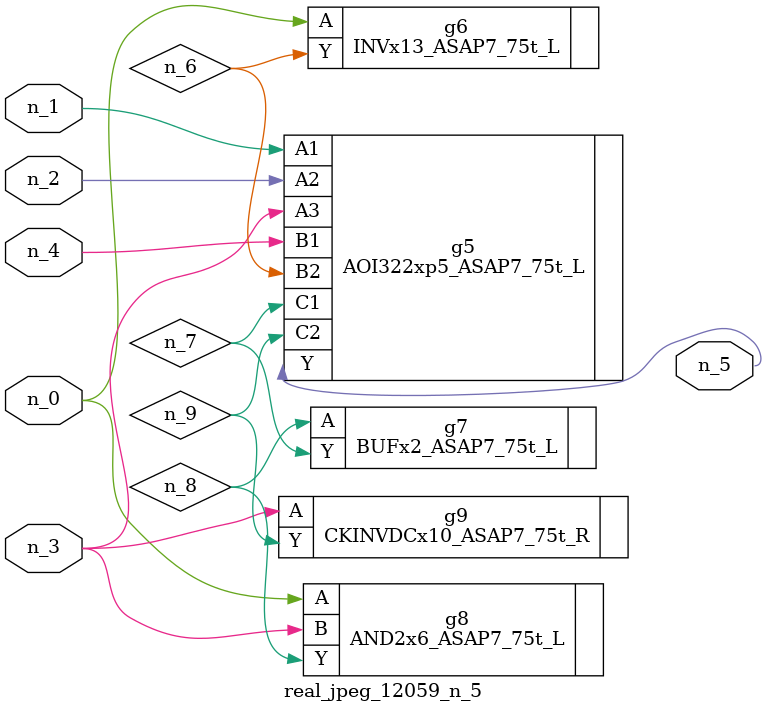
<source format=v>
module real_jpeg_12059_n_5 (n_4, n_0, n_1, n_2, n_3, n_5);

input n_4;
input n_0;
input n_1;
input n_2;
input n_3;

output n_5;

wire n_8;
wire n_6;
wire n_7;
wire n_9;

INVx13_ASAP7_75t_L g6 ( 
.A(n_0),
.Y(n_6)
);

AND2x6_ASAP7_75t_L g8 ( 
.A(n_0),
.B(n_3),
.Y(n_8)
);

AOI322xp5_ASAP7_75t_L g5 ( 
.A1(n_1),
.A2(n_2),
.A3(n_3),
.B1(n_4),
.B2(n_6),
.C1(n_7),
.C2(n_9),
.Y(n_5)
);

CKINVDCx10_ASAP7_75t_R g9 ( 
.A(n_3),
.Y(n_9)
);

BUFx2_ASAP7_75t_L g7 ( 
.A(n_8),
.Y(n_7)
);


endmodule
</source>
